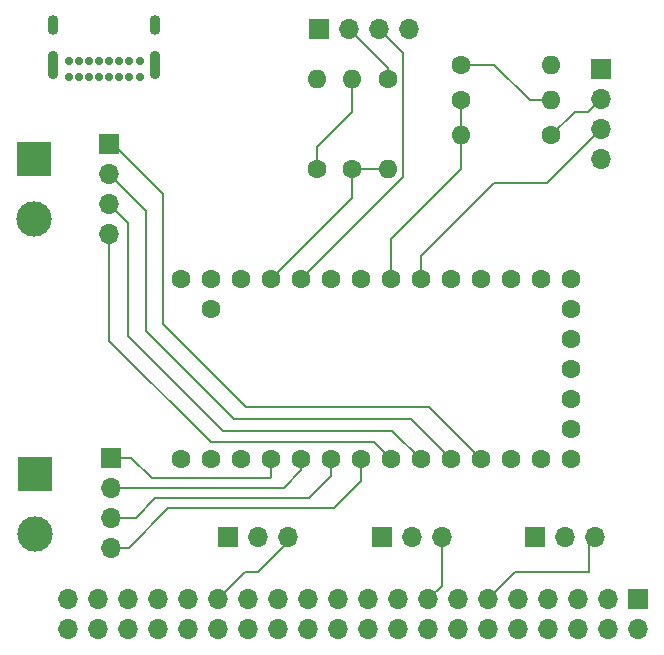
<source format=gtl>
G04 #@! TF.GenerationSoftware,KiCad,Pcbnew,(6.0.4)*
G04 #@! TF.CreationDate,2022-04-28T11:38:26-07:00*
G04 #@! TF.ProjectId,Lec18-PCB_kicad,4c656331-382d-4504-9342-5f6b69636164,rev?*
G04 #@! TF.SameCoordinates,Original*
G04 #@! TF.FileFunction,Copper,L1,Top*
G04 #@! TF.FilePolarity,Positive*
%FSLAX46Y46*%
G04 Gerber Fmt 4.6, Leading zero omitted, Abs format (unit mm)*
G04 Created by KiCad (PCBNEW (6.0.4)) date 2022-04-28 11:38:26*
%MOMM*%
%LPD*%
G01*
G04 APERTURE LIST*
G04 #@! TA.AperFunction,ComponentPad*
%ADD10R,1.700000X1.700000*%
G04 #@! TD*
G04 #@! TA.AperFunction,ComponentPad*
%ADD11O,1.700000X1.700000*%
G04 #@! TD*
G04 #@! TA.AperFunction,ComponentPad*
%ADD12C,1.600000*%
G04 #@! TD*
G04 #@! TA.AperFunction,ComponentPad*
%ADD13O,1.600000X1.600000*%
G04 #@! TD*
G04 #@! TA.AperFunction,ComponentPad*
%ADD14C,0.700000*%
G04 #@! TD*
G04 #@! TA.AperFunction,ComponentPad*
%ADD15O,0.900000X2.400000*%
G04 #@! TD*
G04 #@! TA.AperFunction,ComponentPad*
%ADD16O,0.900000X1.700000*%
G04 #@! TD*
G04 #@! TA.AperFunction,ComponentPad*
%ADD17R,3.000000X3.000000*%
G04 #@! TD*
G04 #@! TA.AperFunction,ComponentPad*
%ADD18C,3.000000*%
G04 #@! TD*
G04 #@! TA.AperFunction,Conductor*
%ADD19C,0.200000*%
G04 #@! TD*
G04 APERTURE END LIST*
D10*
X112475000Y-87975000D03*
D11*
X115015000Y-87975000D03*
X117555000Y-87975000D03*
D10*
X102535155Y-81273009D03*
D11*
X102535155Y-83813009D03*
X102535155Y-86353009D03*
X102535155Y-88893009D03*
D12*
X132190000Y-48000000D03*
D13*
X139810000Y-48000000D03*
D12*
X120000000Y-56810000D03*
D13*
X120000000Y-49190000D03*
D10*
X120200000Y-45000000D03*
D11*
X122740000Y-45000000D03*
X125280000Y-45000000D03*
X127820000Y-45000000D03*
D10*
X144025000Y-48400000D03*
D11*
X144025000Y-50940000D03*
X144025000Y-53480000D03*
X144025000Y-56020000D03*
D12*
X132190000Y-51000000D03*
D13*
X139810000Y-51000000D03*
D12*
X123000000Y-56810000D03*
D13*
X123000000Y-49190000D03*
D12*
X126000000Y-49190000D03*
D13*
X126000000Y-56810000D03*
D14*
X104975000Y-49025000D03*
X104125000Y-49025000D03*
X103275000Y-49025000D03*
X102425000Y-49025000D03*
X101575000Y-49025000D03*
X100725000Y-49025000D03*
X99875000Y-49025000D03*
X99025000Y-49025000D03*
X99025000Y-47675000D03*
X99875000Y-47675000D03*
X100725000Y-47675000D03*
X101575000Y-47675000D03*
X102425000Y-47675000D03*
X103275000Y-47675000D03*
X104125000Y-47675000D03*
X104975000Y-47675000D03*
D15*
X97675000Y-48045000D03*
X106325000Y-48045000D03*
D16*
X97675000Y-44665000D03*
X106325000Y-44665000D03*
D10*
X138475000Y-87975000D03*
D11*
X141015000Y-87975000D03*
X143555000Y-87975000D03*
D17*
X96150682Y-82627673D03*
D18*
X96150682Y-87707673D03*
D10*
X102424592Y-54743501D03*
D11*
X102424592Y-57283501D03*
X102424592Y-59823501D03*
X102424592Y-62363501D03*
D10*
X125475000Y-87975000D03*
D11*
X128015000Y-87975000D03*
X130555000Y-87975000D03*
D17*
X96000000Y-56000000D03*
D18*
X96000000Y-61080000D03*
D12*
X108490000Y-81420000D03*
X111030000Y-81420000D03*
X113570000Y-81420000D03*
X116110000Y-81420000D03*
X118650000Y-81420000D03*
X121190000Y-81420000D03*
X123730000Y-81420000D03*
X126270000Y-81420000D03*
X128810000Y-81420000D03*
X131350000Y-81420000D03*
X133890000Y-81420000D03*
X136430000Y-81420000D03*
X138970000Y-81420000D03*
X141510000Y-81420000D03*
X141510000Y-78880000D03*
X141510000Y-76340000D03*
X141510000Y-73800000D03*
X141510000Y-71260000D03*
X141510000Y-68720000D03*
X141510000Y-66180000D03*
X138970000Y-66180000D03*
X136430000Y-66180000D03*
X133890000Y-66180000D03*
X131350000Y-66180000D03*
X128810000Y-66180000D03*
X126270000Y-66180000D03*
X123730000Y-66180000D03*
X121190000Y-66180000D03*
X118650000Y-66180000D03*
X116110000Y-66180000D03*
X113570000Y-66180000D03*
X111030000Y-66180000D03*
X108490000Y-66180000D03*
X111030000Y-68720000D03*
X139810000Y-54000000D03*
D13*
X132190000Y-54000000D03*
D10*
X147180000Y-93280000D03*
D11*
X147180000Y-95820000D03*
X144640000Y-93280000D03*
X144640000Y-95820000D03*
X142100000Y-93280000D03*
X142100000Y-95820000D03*
X139560000Y-93280000D03*
X139560000Y-95820000D03*
X137020000Y-93280000D03*
X137020000Y-95820000D03*
X134480000Y-93280000D03*
X134480000Y-95820000D03*
X131940000Y-93280000D03*
X131940000Y-95820000D03*
X129400000Y-93280000D03*
X129400000Y-95820000D03*
X126860000Y-93280000D03*
X126860000Y-95820000D03*
X124320000Y-93280000D03*
X124320000Y-95820000D03*
X121780000Y-93280000D03*
X121780000Y-95820000D03*
X119240000Y-93280000D03*
X119240000Y-95820000D03*
X116700000Y-93280000D03*
X116700000Y-95820000D03*
X114160000Y-93280000D03*
X114160000Y-95820000D03*
X111620000Y-93280000D03*
X111620000Y-95820000D03*
X109080000Y-93280000D03*
X109080000Y-95820000D03*
X106540000Y-93280000D03*
X106540000Y-95820000D03*
X104000000Y-93280000D03*
X104000000Y-95820000D03*
X101460000Y-93280000D03*
X101460000Y-95820000D03*
X98920000Y-93280000D03*
X98920000Y-95820000D03*
D19*
X107000000Y-59000000D02*
X102743501Y-54743501D01*
X133890000Y-81420000D02*
X129470000Y-77000000D01*
X102743501Y-54743501D02*
X102424592Y-54743501D01*
X129470000Y-77000000D02*
X114000000Y-77000000D01*
X107000000Y-70000000D02*
X107000000Y-59000000D01*
X114000000Y-77000000D02*
X107000000Y-70000000D01*
X117555000Y-87975000D02*
X117555000Y-88445000D01*
X113900000Y-91000000D02*
X111620000Y-93280000D01*
X115000000Y-91000000D02*
X113900000Y-91000000D01*
X117555000Y-88445000D02*
X115000000Y-91000000D01*
X136760000Y-91000000D02*
X134480000Y-93280000D01*
X143000000Y-88530000D02*
X143000000Y-91000000D01*
X143555000Y-87975000D02*
X143000000Y-88530000D01*
X143000000Y-91000000D02*
X136760000Y-91000000D01*
X130555000Y-87975000D02*
X130555000Y-92125000D01*
X130555000Y-92125000D02*
X129400000Y-93280000D01*
X127930000Y-78000000D02*
X113000000Y-78000000D01*
X131350000Y-81420000D02*
X127930000Y-78000000D01*
X105521200Y-60380109D02*
X102424592Y-57283501D01*
X113000000Y-78000000D02*
X105521200Y-70521200D01*
X105521200Y-70521200D02*
X105521200Y-60380109D01*
X104000000Y-71000000D02*
X104000000Y-61398909D01*
X112000000Y-79000000D02*
X104000000Y-71000000D01*
X104000000Y-61398909D02*
X102424592Y-59823501D01*
X126390000Y-79000000D02*
X112000000Y-79000000D01*
X128810000Y-81420000D02*
X126390000Y-79000000D01*
X111000000Y-80000000D02*
X102424592Y-71424592D01*
X124850000Y-80000000D02*
X111000000Y-80000000D01*
X102424592Y-71424592D02*
X102424592Y-62363501D01*
X126270000Y-81420000D02*
X124850000Y-80000000D01*
X102535155Y-81273009D02*
X104273009Y-81273009D01*
X116110000Y-82890000D02*
X116110000Y-81420000D01*
X106000000Y-83000000D02*
X116000000Y-83000000D01*
X116000000Y-83000000D02*
X116110000Y-82890000D01*
X104273009Y-81273009D02*
X106000000Y-83000000D01*
X117186991Y-83813009D02*
X118650000Y-82350000D01*
X118650000Y-82350000D02*
X118650000Y-81420000D01*
X102535155Y-83813009D02*
X117186991Y-83813009D01*
X102535155Y-86353009D02*
X104646991Y-86353009D01*
X104646991Y-86353009D02*
X106316401Y-84683599D01*
X106316401Y-84683599D02*
X119316401Y-84683599D01*
X119316401Y-84683599D02*
X121190000Y-82810000D01*
X121190000Y-82810000D02*
X121190000Y-81420000D01*
X123730000Y-83270000D02*
X123730000Y-81420000D01*
X121418778Y-85581222D02*
X123730000Y-83270000D01*
X104106991Y-88893009D02*
X107418778Y-85581222D01*
X107418778Y-85581222D02*
X121418778Y-85581222D01*
X102535155Y-88893009D02*
X104106991Y-88893009D01*
X142965000Y-52000000D02*
X144025000Y-50940000D01*
X141810000Y-52000000D02*
X142965000Y-52000000D01*
X139810000Y-54000000D02*
X141810000Y-52000000D01*
X122740000Y-45000000D02*
X126000000Y-48260000D01*
X126000000Y-48260000D02*
X126000000Y-49190000D01*
X139810000Y-51000000D02*
X138000000Y-51000000D01*
X135000000Y-48000000D02*
X132190000Y-48000000D01*
X138000000Y-51000000D02*
X135000000Y-48000000D01*
X123000000Y-52000000D02*
X120000000Y-55000000D01*
X123000000Y-49190000D02*
X123000000Y-52000000D01*
X120000000Y-55000000D02*
X120000000Y-56810000D01*
X123000000Y-59290000D02*
X116110000Y-66180000D01*
X126000000Y-56810000D02*
X123000000Y-56810000D01*
X123000000Y-56810000D02*
X123000000Y-59290000D01*
X132190000Y-54000000D02*
X132190000Y-56810000D01*
X126270000Y-62730000D02*
X126270000Y-66180000D01*
X132190000Y-56810000D02*
X126270000Y-62730000D01*
X132190000Y-51000000D02*
X132190000Y-54000000D01*
X128810000Y-64190000D02*
X128810000Y-66180000D01*
X144025000Y-53480000D02*
X139505000Y-58000000D01*
X139505000Y-58000000D02*
X135000000Y-58000000D01*
X135000000Y-58000000D02*
X128810000Y-64190000D01*
X125280000Y-45000000D02*
X127269521Y-46989521D01*
X127269521Y-57560479D02*
X118650000Y-66180000D01*
X127269521Y-46989521D02*
X127269521Y-57560479D01*
M02*

</source>
